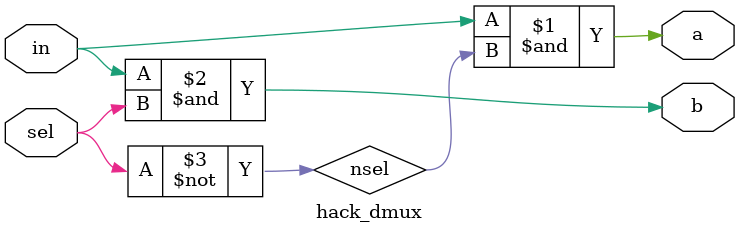
<source format=v>
module hack_dmux(in,sel,a,b);
  input in,sel;
  output a,b;

  wire nsel; 

  and and0 (a,in,nsel);
  and and1 (b,in,sel);
  not inv0 (nsel,sel);

  // Behavior description
  /*
  assign  a = sel == 0 ? in : 0;
  assign  b = sel == 1 ? in : 0;
  */
endmodule

</source>
